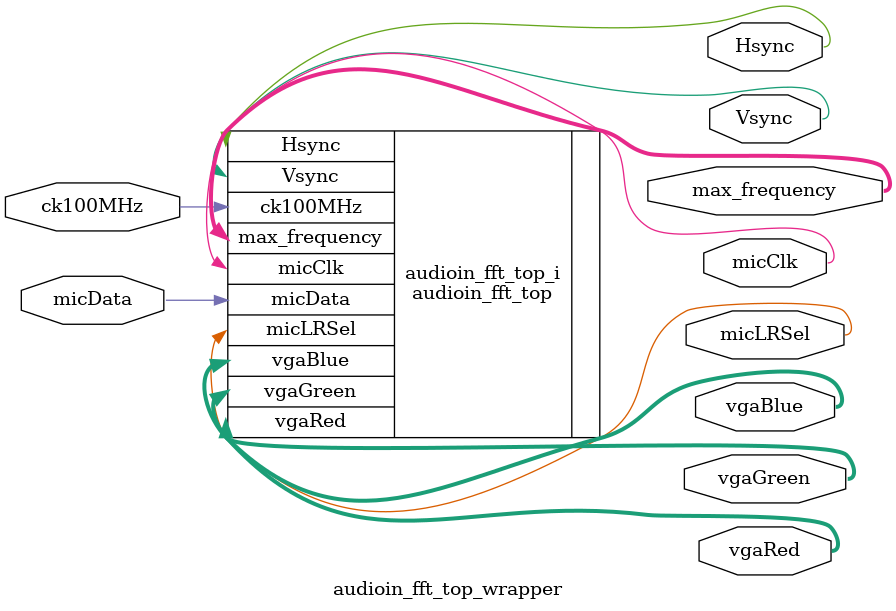
<source format=v>
`timescale 1 ps / 1 ps

module audioin_fft_top_wrapper
   (Hsync,
    Vsync,
    ck100MHz,
    max_frequency,
    micClk,
    micData,
    micLRSel,
    vgaBlue,
    vgaGreen,
    vgaRed);
  output Hsync;
  output Vsync;
  input ck100MHz;
  output [9:0]max_frequency;
  output micClk;
  input micData;
  output micLRSel;
  output [3:0]vgaBlue;
  output [3:0]vgaGreen;
  output [3:0]vgaRed;

  wire Hsync;
  wire Vsync;
  wire ck100MHz;
  wire [9:0]max_frequency;
  wire micClk;
  wire micData;
  wire micLRSel;
  wire [3:0]vgaBlue;
  wire [3:0]vgaGreen;
  wire [3:0]vgaRed;

  audioin_fft_top audioin_fft_top_i
       (.Hsync(Hsync),
        .Vsync(Vsync),
        .ck100MHz(ck100MHz),
        .max_frequency(max_frequency),
        .micClk(micClk),
        .micData(micData),
        .micLRSel(micLRSel),
        .vgaBlue(vgaBlue),
        .vgaGreen(vgaGreen),
        .vgaRed(vgaRed));
endmodule

</source>
